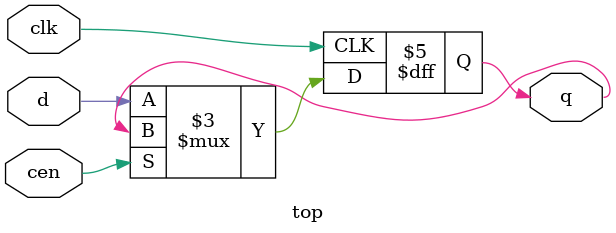
<source format=v>
module top(input clk, input d, cen, output reg q);
    always @(posedge clk)
        if (!cen)
            q <= d;
endmodule

</source>
